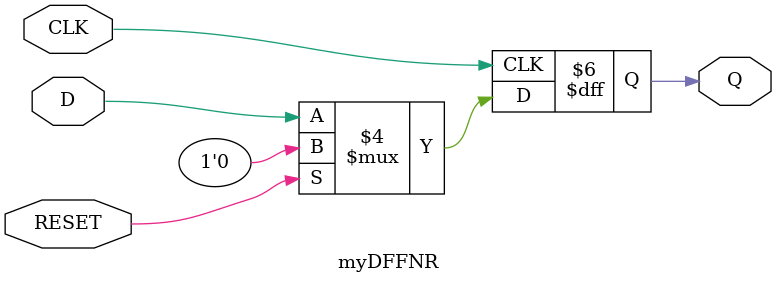
<source format=v>
module myDFFNR (output reg Q, input D, CLK, RESET);
	parameter [0:0] INIT = 1'b0;
	initial Q = INIT;
	always @(negedge CLK) begin
		if (RESET)
			Q <= 1'b0;
		else
			Q <= D;
	end
endmodule
</source>
